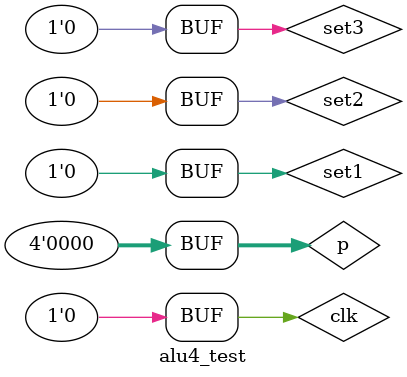
<source format=v>
`timescale 1ns / 1ps


module alu4_test;

	// Inputs
	reg [3:0] p;
	reg set1;
	reg set2;
	reg set3;
	reg clk;

	// Outputs
	wire [3:0] out;
	wire CF;
	wire ZF;
	wire SF;
	wire e;
	wire sf_e;
	wire rs;
	wire rw;
	wire d;
	wire c;
	wire b;
	wire a;

	// Instantiate the Unit Under Test (UUT)
	alu4 uut (
		.p(p), 
		.set1(set1), 
		.set2(set2), 
		.set3(set3), 
		.clk(clk), 
		.out(out), 
		.CF(CF), 
		.ZF(ZF), 
		.SF(SF), 
		.e(e), 
		.sf_e(sf_e), 
		.rs(rs), 
		.rw(rw), 
		.d(d), 
		.c(c), 
		.b(b), 
		.a(a)
	);

	initial begin
		// Initialize Inputs
		p = 0;
		set1 = 0;
		set2 = 0;
		set3 = 0;
		clk = 0;

		// Wait 100 ns for global reset to finish
		#100;
        
		// Add stimulus here

	end
      
endmodule


</source>
